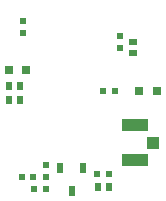
<source format=gbp>
G04*
G04 #@! TF.GenerationSoftware,Altium Limited,Altium Designer,19.1.5 (86)*
G04*
G04 Layer_Color=128*
%FSAX25Y25*%
%MOIN*%
G70*
G01*
G75*
%ADD18R,0.02520X0.02362*%
%ADD21R,0.02362X0.02520*%
%ADD40R,0.03150X0.03150*%
%ADD41R,0.01968X0.02362*%
%ADD42R,0.08661X0.04134*%
%ADD43R,0.03937X0.03937*%
%ADD44R,0.02362X0.01968*%
%ADD45R,0.01890X0.03740*%
%ADD55C,0.00039*%
D18*
X0172095Y0182441D02*
D03*
Y0178661D02*
D03*
D21*
X0134457Y0163228D02*
D03*
X0130677D02*
D03*
X0134457Y0167756D02*
D03*
X0130677D02*
D03*
X0160402Y0134055D02*
D03*
X0164181D02*
D03*
D40*
X0173963Y0165945D02*
D03*
X0180262D02*
D03*
X0130677Y0173189D02*
D03*
X0136583D02*
D03*
D41*
X0162016Y0166220D02*
D03*
X0165953D02*
D03*
X0160244Y0138504D02*
D03*
X0164181D02*
D03*
X0134968Y0137480D02*
D03*
X0138906D02*
D03*
X0143079Y0133346D02*
D03*
X0139142D02*
D03*
D42*
X0172756Y0154587D02*
D03*
Y0142972D02*
D03*
D43*
X0178661Y0148779D02*
D03*
D44*
X0135441Y0189291D02*
D03*
Y0185354D02*
D03*
X0167646Y0184409D02*
D03*
Y0180473D02*
D03*
X0143157Y0141378D02*
D03*
Y0137441D02*
D03*
D45*
X0147803Y0140512D02*
D03*
X0155441D02*
D03*
X0151622Y0132874D02*
D03*
D55*
X0147488Y0194961D02*
D03*
X0147173Y0189961D02*
D03*
X0152488Y0194961D02*
D03*
Y0189961D02*
D03*
X0157488Y0194961D02*
D03*
Y0189961D02*
D03*
M02*

</source>
